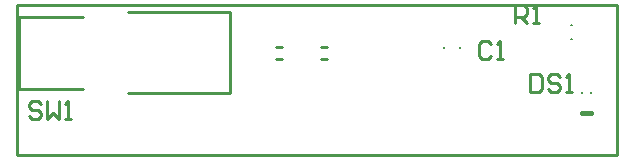
<source format=gto>
G04*
G04 #@! TF.GenerationSoftware,Altium Limited,Altium Designer,18.1.9 (240)*
G04*
G04 Layer_Color=65535*
%FSLAX24Y24*%
%MOIN*%
G70*
G01*
G75*
%ADD10C,0.0100*%
%ADD11C,0.0050*%
%ADD12C,0.0157*%
%ADD13C,0.0079*%
D10*
X3700Y2044D02*
X7120D01*
Y4744D01*
X3700D02*
X7120D01*
X10150Y3594D02*
X10350D01*
X10150Y3194D02*
X10350D01*
X8650D02*
X8850D01*
X8650Y3594D02*
X8850D01*
X70Y4594D02*
X2200D01*
X70Y2194D02*
X2200D01*
Y2184D02*
Y2194D01*
X70D02*
Y4594D01*
X800Y1700D02*
X700Y1800D01*
X500D01*
X400Y1700D01*
Y1600D01*
X500Y1500D01*
X700D01*
X800Y1400D01*
Y1300D01*
X700Y1200D01*
X500D01*
X400Y1300D01*
X1000Y1800D02*
Y1200D01*
X1200Y1400D01*
X1400Y1200D01*
Y1800D01*
X1600Y1200D02*
X1800D01*
X1700D01*
Y1800D01*
X1600Y1700D01*
X16600Y4375D02*
Y4975D01*
X16900D01*
X17000Y4875D01*
Y4675D01*
X16900Y4575D01*
X16600D01*
X16800D02*
X17000Y4375D01*
X17200D02*
X17400D01*
X17300D01*
Y4975D01*
X17200Y4875D01*
X17100Y2700D02*
Y2100D01*
X17400D01*
X17500Y2200D01*
Y2600D01*
X17400Y2700D01*
X17100D01*
X18100Y2600D02*
X18000Y2700D01*
X17800D01*
X17700Y2600D01*
Y2500D01*
X17800Y2400D01*
X18000D01*
X18100Y2300D01*
Y2200D01*
X18000Y2100D01*
X17800D01*
X17700Y2200D01*
X18300Y2100D02*
X18500D01*
X18400D01*
Y2700D01*
X18300Y2600D01*
X15800Y3675D02*
X15700Y3775D01*
X15500D01*
X15400Y3675D01*
Y3275D01*
X15500Y3175D01*
X15700D01*
X15800Y3275D01*
X16000Y3175D02*
X16200D01*
X16100D01*
Y3775D01*
X16000Y3675D01*
X0Y0D02*
X20000D01*
Y5000D01*
X0D02*
X20000D01*
X0Y1700D02*
Y5000D01*
Y0D02*
Y1700D01*
D11*
X70Y2331D02*
Y4496D01*
D12*
X18843Y1396D02*
X19157D01*
D13*
Y2065D02*
Y2085D01*
X18843Y2065D02*
Y2085D01*
X18480Y4311D02*
X18520D01*
X18480Y3839D02*
X18520D01*
X14234Y3556D02*
Y3595D01*
X14766Y3556D02*
Y3595D01*
M02*

</source>
